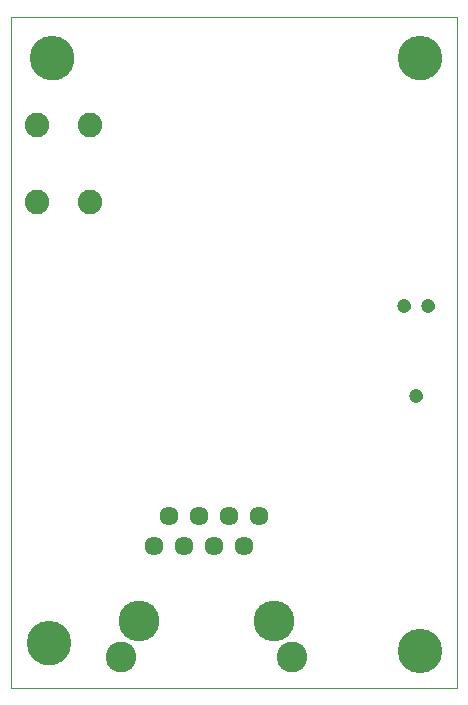
<source format=gbs>
G75*
%MOIN*%
%OFA0B0*%
%FSLAX24Y24*%
%IPPOS*%
%LPD*%
%AMOC8*
5,1,8,0,0,1.08239X$1,22.5*
%
%ADD10C,0.0000*%
%ADD11C,0.1480*%
%ADD12C,0.0634*%
%ADD13C,0.1360*%
%ADD14C,0.1025*%
%ADD15C,0.0820*%
%ADD16C,0.0474*%
D10*
X000180Y000954D02*
X000180Y023325D01*
X015050Y023325D01*
X015050Y000954D01*
X000180Y000954D01*
X000730Y002454D02*
X000732Y002506D01*
X000738Y002558D01*
X000748Y002610D01*
X000761Y002660D01*
X000778Y002710D01*
X000799Y002758D01*
X000824Y002804D01*
X000852Y002848D01*
X000883Y002890D01*
X000917Y002930D01*
X000954Y002967D01*
X000994Y003001D01*
X001036Y003032D01*
X001080Y003060D01*
X001126Y003085D01*
X001174Y003106D01*
X001224Y003123D01*
X001274Y003136D01*
X001326Y003146D01*
X001378Y003152D01*
X001430Y003154D01*
X001482Y003152D01*
X001534Y003146D01*
X001586Y003136D01*
X001636Y003123D01*
X001686Y003106D01*
X001734Y003085D01*
X001780Y003060D01*
X001824Y003032D01*
X001866Y003001D01*
X001906Y002967D01*
X001943Y002930D01*
X001977Y002890D01*
X002008Y002848D01*
X002036Y002804D01*
X002061Y002758D01*
X002082Y002710D01*
X002099Y002660D01*
X002112Y002610D01*
X002122Y002558D01*
X002128Y002506D01*
X002130Y002454D01*
X002128Y002402D01*
X002122Y002350D01*
X002112Y002298D01*
X002099Y002248D01*
X002082Y002198D01*
X002061Y002150D01*
X002036Y002104D01*
X002008Y002060D01*
X001977Y002018D01*
X001943Y001978D01*
X001906Y001941D01*
X001866Y001907D01*
X001824Y001876D01*
X001780Y001848D01*
X001734Y001823D01*
X001686Y001802D01*
X001636Y001785D01*
X001586Y001772D01*
X001534Y001762D01*
X001482Y001756D01*
X001430Y001754D01*
X001378Y001756D01*
X001326Y001762D01*
X001274Y001772D01*
X001224Y001785D01*
X001174Y001802D01*
X001126Y001823D01*
X001080Y001848D01*
X001036Y001876D01*
X000994Y001907D01*
X000954Y001941D01*
X000917Y001978D01*
X000883Y002018D01*
X000852Y002060D01*
X000824Y002104D01*
X000799Y002150D01*
X000778Y002198D01*
X000761Y002248D01*
X000748Y002298D01*
X000738Y002350D01*
X000732Y002402D01*
X000730Y002454D01*
X003790Y003204D02*
X003792Y003254D01*
X003798Y003304D01*
X003808Y003353D01*
X003821Y003402D01*
X003839Y003449D01*
X003860Y003495D01*
X003884Y003538D01*
X003912Y003580D01*
X003943Y003620D01*
X003977Y003657D01*
X004014Y003691D01*
X004054Y003722D01*
X004096Y003750D01*
X004139Y003774D01*
X004185Y003795D01*
X004232Y003813D01*
X004281Y003826D01*
X004330Y003836D01*
X004380Y003842D01*
X004430Y003844D01*
X004480Y003842D01*
X004530Y003836D01*
X004579Y003826D01*
X004628Y003813D01*
X004675Y003795D01*
X004721Y003774D01*
X004764Y003750D01*
X004806Y003722D01*
X004846Y003691D01*
X004883Y003657D01*
X004917Y003620D01*
X004948Y003580D01*
X004976Y003538D01*
X005000Y003495D01*
X005021Y003449D01*
X005039Y003402D01*
X005052Y003353D01*
X005062Y003304D01*
X005068Y003254D01*
X005070Y003204D01*
X005068Y003154D01*
X005062Y003104D01*
X005052Y003055D01*
X005039Y003006D01*
X005021Y002959D01*
X005000Y002913D01*
X004976Y002870D01*
X004948Y002828D01*
X004917Y002788D01*
X004883Y002751D01*
X004846Y002717D01*
X004806Y002686D01*
X004764Y002658D01*
X004721Y002634D01*
X004675Y002613D01*
X004628Y002595D01*
X004579Y002582D01*
X004530Y002572D01*
X004480Y002566D01*
X004430Y002564D01*
X004380Y002566D01*
X004330Y002572D01*
X004281Y002582D01*
X004232Y002595D01*
X004185Y002613D01*
X004139Y002634D01*
X004096Y002658D01*
X004054Y002686D01*
X004014Y002717D01*
X003977Y002751D01*
X003943Y002788D01*
X003912Y002828D01*
X003884Y002870D01*
X003860Y002913D01*
X003839Y002959D01*
X003821Y003006D01*
X003808Y003055D01*
X003798Y003104D01*
X003792Y003154D01*
X003790Y003204D01*
X008290Y003204D02*
X008292Y003254D01*
X008298Y003304D01*
X008308Y003353D01*
X008321Y003402D01*
X008339Y003449D01*
X008360Y003495D01*
X008384Y003538D01*
X008412Y003580D01*
X008443Y003620D01*
X008477Y003657D01*
X008514Y003691D01*
X008554Y003722D01*
X008596Y003750D01*
X008639Y003774D01*
X008685Y003795D01*
X008732Y003813D01*
X008781Y003826D01*
X008830Y003836D01*
X008880Y003842D01*
X008930Y003844D01*
X008980Y003842D01*
X009030Y003836D01*
X009079Y003826D01*
X009128Y003813D01*
X009175Y003795D01*
X009221Y003774D01*
X009264Y003750D01*
X009306Y003722D01*
X009346Y003691D01*
X009383Y003657D01*
X009417Y003620D01*
X009448Y003580D01*
X009476Y003538D01*
X009500Y003495D01*
X009521Y003449D01*
X009539Y003402D01*
X009552Y003353D01*
X009562Y003304D01*
X009568Y003254D01*
X009570Y003204D01*
X009568Y003154D01*
X009562Y003104D01*
X009552Y003055D01*
X009539Y003006D01*
X009521Y002959D01*
X009500Y002913D01*
X009476Y002870D01*
X009448Y002828D01*
X009417Y002788D01*
X009383Y002751D01*
X009346Y002717D01*
X009306Y002686D01*
X009264Y002658D01*
X009221Y002634D01*
X009175Y002613D01*
X009128Y002595D01*
X009079Y002582D01*
X009030Y002572D01*
X008980Y002566D01*
X008930Y002564D01*
X008880Y002566D01*
X008830Y002572D01*
X008781Y002582D01*
X008732Y002595D01*
X008685Y002613D01*
X008639Y002634D01*
X008596Y002658D01*
X008554Y002686D01*
X008514Y002717D01*
X008477Y002751D01*
X008443Y002788D01*
X008412Y002828D01*
X008384Y002870D01*
X008360Y002913D01*
X008339Y002959D01*
X008321Y003006D01*
X008308Y003055D01*
X008298Y003104D01*
X008292Y003154D01*
X008290Y003204D01*
X013483Y010704D02*
X013485Y010731D01*
X013491Y010758D01*
X013500Y010784D01*
X013513Y010808D01*
X013529Y010831D01*
X013548Y010850D01*
X013570Y010867D01*
X013594Y010881D01*
X013619Y010891D01*
X013646Y010898D01*
X013673Y010901D01*
X013701Y010900D01*
X013728Y010895D01*
X013754Y010887D01*
X013778Y010875D01*
X013801Y010859D01*
X013822Y010841D01*
X013839Y010820D01*
X013854Y010796D01*
X013865Y010771D01*
X013873Y010745D01*
X013877Y010718D01*
X013877Y010690D01*
X013873Y010663D01*
X013865Y010637D01*
X013854Y010612D01*
X013839Y010588D01*
X013822Y010567D01*
X013801Y010549D01*
X013779Y010533D01*
X013754Y010521D01*
X013728Y010513D01*
X013701Y010508D01*
X013673Y010507D01*
X013646Y010510D01*
X013619Y010517D01*
X013594Y010527D01*
X013570Y010541D01*
X013548Y010558D01*
X013529Y010577D01*
X013513Y010600D01*
X013500Y010624D01*
X013491Y010650D01*
X013485Y010677D01*
X013483Y010704D01*
X013083Y013704D02*
X013085Y013731D01*
X013091Y013758D01*
X013100Y013784D01*
X013113Y013808D01*
X013129Y013831D01*
X013148Y013850D01*
X013170Y013867D01*
X013194Y013881D01*
X013219Y013891D01*
X013246Y013898D01*
X013273Y013901D01*
X013301Y013900D01*
X013328Y013895D01*
X013354Y013887D01*
X013378Y013875D01*
X013401Y013859D01*
X013422Y013841D01*
X013439Y013820D01*
X013454Y013796D01*
X013465Y013771D01*
X013473Y013745D01*
X013477Y013718D01*
X013477Y013690D01*
X013473Y013663D01*
X013465Y013637D01*
X013454Y013612D01*
X013439Y013588D01*
X013422Y013567D01*
X013401Y013549D01*
X013379Y013533D01*
X013354Y013521D01*
X013328Y013513D01*
X013301Y013508D01*
X013273Y013507D01*
X013246Y013510D01*
X013219Y013517D01*
X013194Y013527D01*
X013170Y013541D01*
X013148Y013558D01*
X013129Y013577D01*
X013113Y013600D01*
X013100Y013624D01*
X013091Y013650D01*
X013085Y013677D01*
X013083Y013704D01*
X013883Y013704D02*
X013885Y013731D01*
X013891Y013758D01*
X013900Y013784D01*
X013913Y013808D01*
X013929Y013831D01*
X013948Y013850D01*
X013970Y013867D01*
X013994Y013881D01*
X014019Y013891D01*
X014046Y013898D01*
X014073Y013901D01*
X014101Y013900D01*
X014128Y013895D01*
X014154Y013887D01*
X014178Y013875D01*
X014201Y013859D01*
X014222Y013841D01*
X014239Y013820D01*
X014254Y013796D01*
X014265Y013771D01*
X014273Y013745D01*
X014277Y013718D01*
X014277Y013690D01*
X014273Y013663D01*
X014265Y013637D01*
X014254Y013612D01*
X014239Y013588D01*
X014222Y013567D01*
X014201Y013549D01*
X014179Y013533D01*
X014154Y013521D01*
X014128Y013513D01*
X014101Y013508D01*
X014073Y013507D01*
X014046Y013510D01*
X014019Y013517D01*
X013994Y013527D01*
X013970Y013541D01*
X013948Y013558D01*
X013929Y013577D01*
X013913Y013600D01*
X013900Y013624D01*
X013891Y013650D01*
X013885Y013677D01*
X013883Y013704D01*
X013105Y021954D02*
X013107Y022006D01*
X013113Y022058D01*
X013123Y022110D01*
X013136Y022160D01*
X013153Y022210D01*
X013174Y022258D01*
X013199Y022304D01*
X013227Y022348D01*
X013258Y022390D01*
X013292Y022430D01*
X013329Y022467D01*
X013369Y022501D01*
X013411Y022532D01*
X013455Y022560D01*
X013501Y022585D01*
X013549Y022606D01*
X013599Y022623D01*
X013649Y022636D01*
X013701Y022646D01*
X013753Y022652D01*
X013805Y022654D01*
X013857Y022652D01*
X013909Y022646D01*
X013961Y022636D01*
X014011Y022623D01*
X014061Y022606D01*
X014109Y022585D01*
X014155Y022560D01*
X014199Y022532D01*
X014241Y022501D01*
X014281Y022467D01*
X014318Y022430D01*
X014352Y022390D01*
X014383Y022348D01*
X014411Y022304D01*
X014436Y022258D01*
X014457Y022210D01*
X014474Y022160D01*
X014487Y022110D01*
X014497Y022058D01*
X014503Y022006D01*
X014505Y021954D01*
X014503Y021902D01*
X014497Y021850D01*
X014487Y021798D01*
X014474Y021748D01*
X014457Y021698D01*
X014436Y021650D01*
X014411Y021604D01*
X014383Y021560D01*
X014352Y021518D01*
X014318Y021478D01*
X014281Y021441D01*
X014241Y021407D01*
X014199Y021376D01*
X014155Y021348D01*
X014109Y021323D01*
X014061Y021302D01*
X014011Y021285D01*
X013961Y021272D01*
X013909Y021262D01*
X013857Y021256D01*
X013805Y021254D01*
X013753Y021256D01*
X013701Y021262D01*
X013649Y021272D01*
X013599Y021285D01*
X013549Y021302D01*
X013501Y021323D01*
X013455Y021348D01*
X013411Y021376D01*
X013369Y021407D01*
X013329Y021441D01*
X013292Y021478D01*
X013258Y021518D01*
X013227Y021560D01*
X013199Y021604D01*
X013174Y021650D01*
X013153Y021698D01*
X013136Y021748D01*
X013123Y021798D01*
X013113Y021850D01*
X013107Y021902D01*
X013105Y021954D01*
X000855Y021954D02*
X000857Y022006D01*
X000863Y022058D01*
X000873Y022110D01*
X000886Y022160D01*
X000903Y022210D01*
X000924Y022258D01*
X000949Y022304D01*
X000977Y022348D01*
X001008Y022390D01*
X001042Y022430D01*
X001079Y022467D01*
X001119Y022501D01*
X001161Y022532D01*
X001205Y022560D01*
X001251Y022585D01*
X001299Y022606D01*
X001349Y022623D01*
X001399Y022636D01*
X001451Y022646D01*
X001503Y022652D01*
X001555Y022654D01*
X001607Y022652D01*
X001659Y022646D01*
X001711Y022636D01*
X001761Y022623D01*
X001811Y022606D01*
X001859Y022585D01*
X001905Y022560D01*
X001949Y022532D01*
X001991Y022501D01*
X002031Y022467D01*
X002068Y022430D01*
X002102Y022390D01*
X002133Y022348D01*
X002161Y022304D01*
X002186Y022258D01*
X002207Y022210D01*
X002224Y022160D01*
X002237Y022110D01*
X002247Y022058D01*
X002253Y022006D01*
X002255Y021954D01*
X002253Y021902D01*
X002247Y021850D01*
X002237Y021798D01*
X002224Y021748D01*
X002207Y021698D01*
X002186Y021650D01*
X002161Y021604D01*
X002133Y021560D01*
X002102Y021518D01*
X002068Y021478D01*
X002031Y021441D01*
X001991Y021407D01*
X001949Y021376D01*
X001905Y021348D01*
X001859Y021323D01*
X001811Y021302D01*
X001761Y021285D01*
X001711Y021272D01*
X001659Y021262D01*
X001607Y021256D01*
X001555Y021254D01*
X001503Y021256D01*
X001451Y021262D01*
X001399Y021272D01*
X001349Y021285D01*
X001299Y021302D01*
X001251Y021323D01*
X001205Y021348D01*
X001161Y021376D01*
X001119Y021407D01*
X001079Y021441D01*
X001042Y021478D01*
X001008Y021518D01*
X000977Y021560D01*
X000949Y021604D01*
X000924Y021650D01*
X000903Y021698D01*
X000886Y021748D01*
X000873Y021798D01*
X000863Y021850D01*
X000857Y021902D01*
X000855Y021954D01*
X013105Y002204D02*
X013107Y002256D01*
X013113Y002308D01*
X013123Y002360D01*
X013136Y002410D01*
X013153Y002460D01*
X013174Y002508D01*
X013199Y002554D01*
X013227Y002598D01*
X013258Y002640D01*
X013292Y002680D01*
X013329Y002717D01*
X013369Y002751D01*
X013411Y002782D01*
X013455Y002810D01*
X013501Y002835D01*
X013549Y002856D01*
X013599Y002873D01*
X013649Y002886D01*
X013701Y002896D01*
X013753Y002902D01*
X013805Y002904D01*
X013857Y002902D01*
X013909Y002896D01*
X013961Y002886D01*
X014011Y002873D01*
X014061Y002856D01*
X014109Y002835D01*
X014155Y002810D01*
X014199Y002782D01*
X014241Y002751D01*
X014281Y002717D01*
X014318Y002680D01*
X014352Y002640D01*
X014383Y002598D01*
X014411Y002554D01*
X014436Y002508D01*
X014457Y002460D01*
X014474Y002410D01*
X014487Y002360D01*
X014497Y002308D01*
X014503Y002256D01*
X014505Y002204D01*
X014503Y002152D01*
X014497Y002100D01*
X014487Y002048D01*
X014474Y001998D01*
X014457Y001948D01*
X014436Y001900D01*
X014411Y001854D01*
X014383Y001810D01*
X014352Y001768D01*
X014318Y001728D01*
X014281Y001691D01*
X014241Y001657D01*
X014199Y001626D01*
X014155Y001598D01*
X014109Y001573D01*
X014061Y001552D01*
X014011Y001535D01*
X013961Y001522D01*
X013909Y001512D01*
X013857Y001506D01*
X013805Y001504D01*
X013753Y001506D01*
X013701Y001512D01*
X013649Y001522D01*
X013599Y001535D01*
X013549Y001552D01*
X013501Y001573D01*
X013455Y001598D01*
X013411Y001626D01*
X013369Y001657D01*
X013329Y001691D01*
X013292Y001728D01*
X013258Y001768D01*
X013227Y001810D01*
X013199Y001854D01*
X013174Y001900D01*
X013153Y001948D01*
X013136Y001998D01*
X013123Y002048D01*
X013113Y002100D01*
X013107Y002152D01*
X013105Y002204D01*
D11*
X013805Y002204D03*
X001430Y002454D03*
X001555Y021954D03*
X013805Y021954D03*
D12*
X008430Y006704D03*
X007930Y005704D03*
X007430Y006704D03*
X006930Y005704D03*
X006430Y006704D03*
X005930Y005704D03*
X005430Y006704D03*
X004930Y005704D03*
D13*
X004430Y003204D03*
X008930Y003204D03*
D14*
X009530Y002004D03*
X003830Y002004D03*
D15*
X002820Y017174D03*
X002820Y019734D03*
X001040Y019734D03*
X001040Y017174D03*
D16*
X013280Y013704D03*
X014080Y013704D03*
X013680Y010704D03*
M02*

</source>
